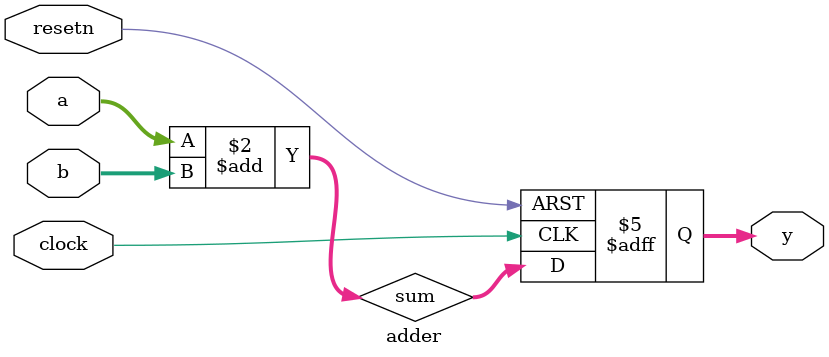
<source format=v>
module adder(
    input clock,
    input resetn, 
    input [7:0] a,
    input [7:0] b, 
    output reg [7:0] y
);

reg [7:0] sum; 

always@(*)
begin 
    sum = a + b; 
end

always @(posedge clock or negedge resetn)
begin 
    if(!resetn)
        y <= 0; 
    else 
        y <= sum; 
end 
endmodule
</source>
